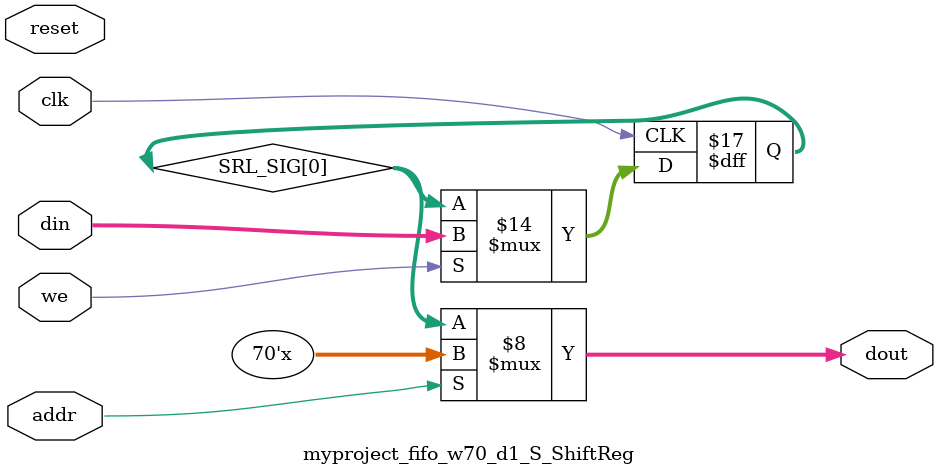
<source format=v>

`timescale 1 ns / 1 ps


module myproject_fifo_w70_d1_S
#(parameter
    MEM_STYLE   = "shiftReg",
    DATA_WIDTH  = 70,
    ADDR_WIDTH  = 1,
    DEPTH       = 1)
(
    // system signal
    input  wire                  clk,
    input  wire                  reset,

    // write
    output wire                  if_full_n,
    input  wire                  if_write_ce,
    input  wire                  if_write,
    input  wire [DATA_WIDTH-1:0] if_din,
    
    // read 
    output wire [ADDR_WIDTH:0]   if_num_data_valid, // for FRP
    output wire [ADDR_WIDTH:0]   if_fifo_cap,       // for FRP
    output wire                  if_empty_n,
    input  wire                  if_read_ce,
    input  wire                  if_read,
    output wire [DATA_WIDTH-1:0] if_dout
);
//------------------------Parameter----------------------

//------------------------Local signal-------------------
    wire [ADDR_WIDTH-1:0]     addr;
    wire                      push;
    wire                      pop;
    reg signed [ADDR_WIDTH:0] mOutPtr;
    reg                       empty_n = 1'b0;
    reg                       full_n  = 1'b1;
    // with almost full?  no 
    // has output register?  no 
//------------------------Instantiation------------------
    myproject_fifo_w70_d1_S_ShiftReg 
    #(  .DATA_WIDTH (DATA_WIDTH),
        .ADDR_WIDTH (ADDR_WIDTH),
        .DEPTH      (DEPTH))
    U_myproject_fifo_w70_d1_S_ShiftReg (
        .clk        (clk),
        .reset      (reset),
        .we         (push),
        .addr       (addr),
        .din        (if_din),
        .dout       (if_dout)
    );
//------------------------Task and function--------------

//------------------------Body---------------------------
    // has num_data_valid ? 
    assign if_num_data_valid = mOutPtr + 1'b1; // yes
    assign if_fifo_cap = DEPTH; // yes  

    // has almost full ? 
    assign if_full_n  = full_n; //no 
    assign push       = full_n & if_write_ce & if_write;

    // has output register? 
    assign if_empty_n = empty_n;  // no
    assign pop        = empty_n & if_read_ce & if_read; // no 

    assign addr       = mOutPtr[ADDR_WIDTH] == 1'b0 ? mOutPtr[ADDR_WIDTH-1:0] : {ADDR_WIDTH{1'b0}};

    // mOutPtr
    always @(posedge clk) begin
        if (reset == 1'b1)
            mOutPtr <= {ADDR_WIDTH+1{1'b1}};
        else if (push & ~pop)
            mOutPtr <= mOutPtr + 1'b1;
        else if (~push & pop)
            mOutPtr <= mOutPtr - 1'b1;
    end

    // full_n
    always @(posedge clk) begin
        if (reset == 1'b1)
            full_n <= 1'b1;
        else if (push & ~pop) begin
            if (mOutPtr == DEPTH - 2)
                full_n <= 1'b0;
        end
        else if (~push & pop)
            full_n <= 1'b1;
    end

    // almost_full_n 

    // empty_n
    always @(posedge clk) begin
        if (reset == 1'b1)
            empty_n <= 1'b0;
        else if (push & ~pop)
            empty_n <= 1'b1;
        else if (~push & pop) begin
            if (mOutPtr == 0)
                empty_n <= 1'b0;
        end
    end
 
    // num_data_valid 

    // dout_vld 

endmodule  


module myproject_fifo_w70_d1_S_ShiftReg
#(parameter
    DATA_WIDTH  = 70,
    ADDR_WIDTH  = 1,
    DEPTH       = 1)
(
    input  wire                  clk,
    input  wire                  reset,
    input  wire                  we,
    input  wire [ADDR_WIDTH-1:0] addr,
    input  wire [DATA_WIDTH-1:0] din,
    //output register? 
    output wire [DATA_WIDTH-1:0] dout // no 
);

    reg [DATA_WIDTH-1:0] SRL_SIG [0:DEPTH-1];
    integer i;

    always @ (posedge clk) begin
        if (we) begin
            for (i=0; i<DEPTH-1; i=i+1)
                SRL_SIG[i+1] <= SRL_SIG[i];
            SRL_SIG[0] <= din;
        end
    end

    //read from SRL, output register? 
    assign dout = SRL_SIG[addr];// no 

endmodule

</source>
